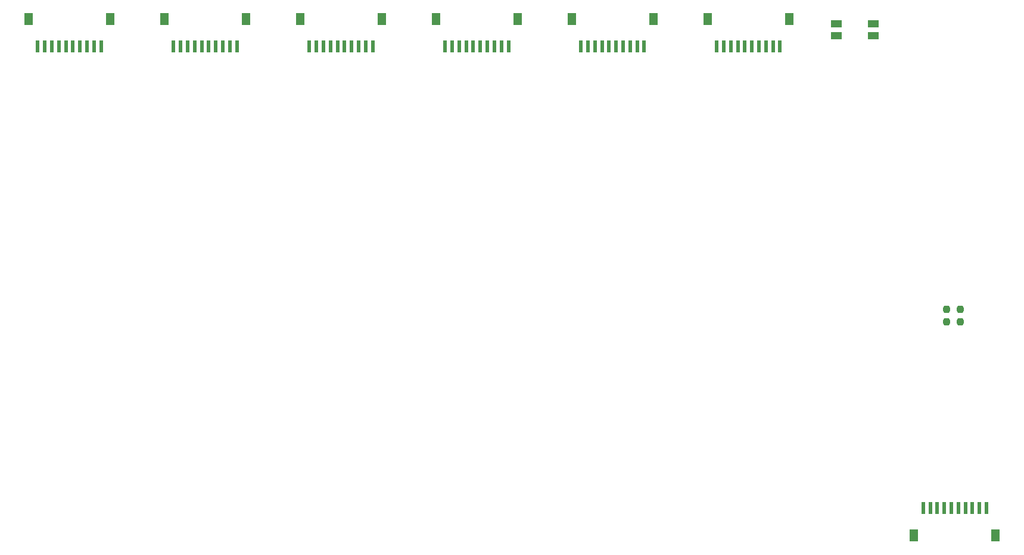
<source format=gbp>
G04 #@! TF.GenerationSoftware,KiCad,Pcbnew,8.0.1-8.0.1-1~ubuntu22.04.1*
G04 #@! TF.CreationDate,2024-05-02T22:11:55-07:00*
G04 #@! TF.ProjectId,Seismos_5CoreLShift,53656973-6d6f-4735-9f35-436f72654c53,rev?*
G04 #@! TF.SameCoordinates,Original*
G04 #@! TF.FileFunction,Paste,Bot*
G04 #@! TF.FilePolarity,Positive*
%FSLAX46Y46*%
G04 Gerber Fmt 4.6, Leading zero omitted, Abs format (unit mm)*
G04 Created by KiCad (PCBNEW 8.0.1-8.0.1-1~ubuntu22.04.1) date 2024-05-02 22:11:55*
%MOMM*%
%LPD*%
G01*
G04 APERTURE LIST*
G04 Aperture macros list*
%AMRoundRect*
0 Rectangle with rounded corners*
0 $1 Rounding radius*
0 $2 $3 $4 $5 $6 $7 $8 $9 X,Y pos of 4 corners*
0 Add a 4 corners polygon primitive as box body*
4,1,4,$2,$3,$4,$5,$6,$7,$8,$9,$2,$3,0*
0 Add four circle primitives for the rounded corners*
1,1,$1+$1,$2,$3*
1,1,$1+$1,$4,$5*
1,1,$1+$1,$6,$7*
1,1,$1+$1,$8,$9*
0 Add four rect primitives between the rounded corners*
20,1,$1+$1,$2,$3,$4,$5,0*
20,1,$1+$1,$4,$5,$6,$7,0*
20,1,$1+$1,$6,$7,$8,$9,0*
20,1,$1+$1,$8,$9,$2,$3,0*%
G04 Aperture macros list end*
%ADD10R,0.600000X1.700000*%
%ADD11R,1.200000X1.800000*%
%ADD12RoundRect,0.237500X-0.237500X0.250000X-0.237500X-0.250000X0.237500X-0.250000X0.237500X0.250000X0*%
%ADD13R,1.550000X1.000000*%
G04 APERTURE END LIST*
D10*
X35150000Y-25386000D03*
X36150000Y-25386000D03*
X37150000Y-25385000D03*
X38150000Y-25385000D03*
X39150000Y-25385000D03*
X40150000Y-25385000D03*
X41150000Y-25385000D03*
X42150000Y-25385000D03*
X43150000Y-25385000D03*
X44150000Y-25385000D03*
D11*
X33850000Y-21510000D03*
X45450000Y-21510000D03*
D12*
X166300000Y-62787500D03*
X166300000Y-64612500D03*
D10*
X54450000Y-25386000D03*
X55450000Y-25386000D03*
X56450000Y-25385000D03*
X57450000Y-25385000D03*
X58450000Y-25385000D03*
X59450000Y-25385000D03*
X60450000Y-25385000D03*
X61450000Y-25385000D03*
X62450000Y-25385000D03*
X63450000Y-25385000D03*
D11*
X53150000Y-21510000D03*
X64750000Y-21510000D03*
D13*
X153887500Y-23899500D03*
X153887500Y-22199500D03*
X148687500Y-23899500D03*
X148687500Y-22199500D03*
D10*
X131650000Y-25386000D03*
X132650000Y-25386000D03*
X133650000Y-25385000D03*
X134650000Y-25385000D03*
X135650000Y-25385000D03*
X136650000Y-25385000D03*
X137650000Y-25385000D03*
X138650000Y-25385000D03*
X139650000Y-25385000D03*
X140650000Y-25385000D03*
D11*
X130350000Y-21510000D03*
X141950000Y-21510000D03*
D10*
X170000000Y-91114000D03*
X169000000Y-91114000D03*
X168000000Y-91115000D03*
X167000000Y-91115000D03*
X166000000Y-91115000D03*
X165000000Y-91115000D03*
X164000000Y-91115000D03*
X163000000Y-91115000D03*
X162000000Y-91115000D03*
X161000000Y-91115000D03*
D11*
X171300000Y-94990000D03*
X159700000Y-94990000D03*
D10*
X93050000Y-25386000D03*
X94050000Y-25386000D03*
X95050000Y-25385000D03*
X96050000Y-25385000D03*
X97050000Y-25385000D03*
X98050000Y-25385000D03*
X99050000Y-25385000D03*
X100050000Y-25385000D03*
X101050000Y-25385000D03*
X102050000Y-25385000D03*
D11*
X91750000Y-21510000D03*
X103350000Y-21510000D03*
D10*
X73750000Y-25386000D03*
X74750000Y-25386000D03*
X75750000Y-25385000D03*
X76750000Y-25385000D03*
X77750000Y-25385000D03*
X78750000Y-25385000D03*
X79750000Y-25385000D03*
X80750000Y-25385000D03*
X81750000Y-25385000D03*
X82750000Y-25385000D03*
D11*
X72450000Y-21510000D03*
X84050000Y-21510000D03*
D12*
X164300000Y-62787500D03*
X164300000Y-64612500D03*
D10*
X112350000Y-25386000D03*
X113350000Y-25386000D03*
X114350000Y-25385000D03*
X115350000Y-25385000D03*
X116350000Y-25385000D03*
X117350000Y-25385000D03*
X118350000Y-25385000D03*
X119350000Y-25385000D03*
X120350000Y-25385000D03*
X121350000Y-25385000D03*
D11*
X111050000Y-21510000D03*
X122650000Y-21510000D03*
M02*

</source>
